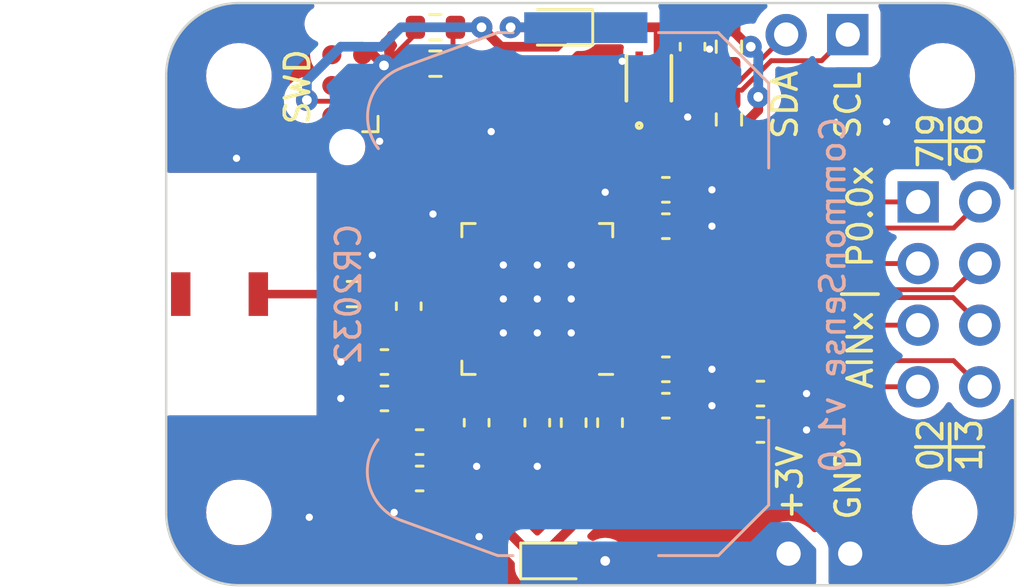
<source format=kicad_pcb>
(kicad_pcb (version 20221018) (generator pcbnew)
  (layers (0 "F.Cu" signal) (31 "B.Cu" signal) (34 "B.Paste" user) (35 "F.Paste" user) (36 "B.SilkS" user "B.Silkscreen") (37 "F.SilkS" user "F.Silkscreen") (38 "B.Mask" user) (39 "F.Mask" user) (44 "Edge.Cuts" user))
  (net 0 "")
  (net 1 "/RF")
  (net 2 "GND")
  (net 3 "/XL1")
  (net 4 "/XL2")
  (net 5 "/DEC1")
  (net 6 "/DEC4")
  (net 7 "/DEC3")
  (net 8 "/DEC2")
  (net 9 "/XC1")
  (net 10 "/XC2")
  (net 11 "/ANT")
  (net 12 "/LED_RES")
  (net 13 "/STATUS_LED")
  (net 14 "/P0.09")
  (net 15 "/P0.08")
  (net 16 "/P0.07")
  (net 17 "/P0.06")
  (net 18 "/AIN3")
  (net 19 "/AIN2")
  (net 20 "/AIN1")
  (net 21 "/AIN0")
  (net 32 "/SWDCLK")
  (net 33 "/SWDIO")
  (net 43 "/SDA")
  (net 44 "/SCL")
  (net 46 "/NRESET")
  (net 47 "/DCC")
  (net 48 "/L_MID")
  (net 49 "+BATT")
  (net 50 "+3V0")
  (footprint "Diode_SMD:D_0603_1608Metric" (layer "F.Cu") (at 152.1 57 180)
    (fp_text reference "D3" hide)
    (fp_text value "CDBU0130L-HF " hide)
    (fp_line (start -1.485 -0.735) (end -1.485 0.735) (stroke (width 0.12)) (layer "F.SilkS"))
    (fp_line (start -1.485 0.735) (end 0.8 0.735) (stroke (width 0.12)) (layer "F.SilkS"))
    (fp_line (start 0.8 -0.735) (end -1.485 -0.735) (stroke (width 0.12)) (layer "F.SilkS"))
    (pad "1" smd roundrect (at -0.7875 0 180) (size 0.875 0.95) (layers "F.Cu" "F.Paste" "F.Mask") (net 50 "+3V0"))
    (pad "2" smd roundrect (at 0.7875 0 180) (size 0.875 0.95) (layers "F.Cu" "F.Paste" "F.Mask") (net 49 "+BATT"))
  )
  (footprint "Connector_PinHeader_2.54mm:PinHeader_1x02_P2.54mm_Vertical" (layer "F.Cu") (at 164.2 78.7 -90)
    (fp_text reference "J2" hide)
    (fp_text value "Conn_01x02" hide)
    (pad "1" thru_hole rect locked (at 0 0 270) (size 1.7 1.7) (drill 1) (layers "*.Cu" "*.Mask") (net 2 "GND"))
    (pad "2" thru_hole oval locked (at 0 2.54 270) (size 1.7 1.7) (drill 1) (layers "*.Cu" "*.Mask") (net 49 "+BATT"))
  )
  (footprint "Capacitor_SMD:C_0603_1608Metric" (layer "F.Cu") (at 156.6 63.7 180)
    (fp_text reference "C14" hide)
    (fp_text value "1u" hide)
    (fp_line (start -0.14058 -0.51) (end 0.14058 -0.51) (stroke (width 0.12)) (layer "F.SilkS"))
    (fp_line (start -0.14058 0.51) (end 0.14058 0.51) (stroke (width 0.12)) (layer "F.SilkS"))
    (pad "1" smd roundrect (at -0.775 0 180) (size 0.9 0.95) (layers "F.Cu" "F.Paste" "F.Mask") (net 2 "GND"))
    (pad "2" smd roundrect (at 0.775 0 180) (size 0.9 0.95) (layers "F.Cu" "F.Paste" "F.Mask") (net 50 "+3V0"))
  )
  (footprint "Capacitor_SMD:C_0603_1608Metric" (layer "F.Cu") (at 145 70.8 180)
    (fp_text reference "C9" hide)
    (fp_text value "N.C." hide)
    (fp_line (start -0.14058 -0.51) (end 0.14058 -0.51) (stroke (width 0.12)) (layer "F.SilkS"))
    (fp_line (start -0.14058 0.51) (end 0.14058 0.51) (stroke (width 0.12)) (layer "F.SilkS"))
    (pad "1" smd roundrect (at -0.775 0 180) (size 0.9 0.95) (layers "F.Cu" "F.Paste" "F.Mask") (net 8 "/DEC2"))
    (pad "2" smd roundrect (at 0.775 0 180) (size 0.9 0.95) (layers "F.Cu" "F.Paste" "F.Mask") (net 2 "GND"))
  )
  (footprint "Capacitor_SMD:C_0603_1608Metric" (layer "F.Cu") (at 156.6 71.1 180)
    (fp_text reference "C3" hide)
    (fp_text value "100n" hide)
    (fp_line (start -0.14058 -0.51) (end 0.14058 -0.51) (stroke (width 0.12)) (layer "F.SilkS"))
    (fp_line (start -0.14058 0.51) (end 0.14058 0.51) (stroke (width 0.12)) (layer "F.SilkS"))
    (pad "1" smd roundrect (at -0.775 0 180) (size 0.9 0.95) (layers "F.Cu" "F.Paste" "F.Mask") (net 2 "GND"))
    (pad "2" smd roundrect (at 0.775 0 180) (size 0.9 0.95) (layers "F.Cu" "F.Paste" "F.Mask") (net 5 "/DEC1"))
  )
  (footprint "Diode_SMD:D_0603_1608Metric" (layer "F.Cu") (at 152.1 79)
    (fp_text reference "D2" hide)
    (fp_text value "CDBU0130L-HF " hide)
    (fp_line (start -1.485 -0.735) (end -1.485 0.735) (stroke (width 0.12)) (layer "F.SilkS"))
    (fp_line (start -1.485 0.735) (end 0.8 0.735) (stroke (width 0.12)) (layer "F.SilkS"))
    (fp_line (start 0.8 -0.735) (end -1.485 -0.735) (stroke (width 0.12)) (layer "F.SilkS"))
    (pad "1" smd roundrect (at -0.7875 0) (size 0.875 0.95) (layers "F.Cu" "F.Paste" "F.Mask") (net 50 "+3V0"))
    (pad "2" smd roundrect (at 0.7875 0) (size 0.875 0.95) (layers "F.Cu" "F.Paste" "F.Mask") (net 49 "+BATT"))
  )
  (footprint "MountingHole:MountingHole_2.2mm_M2" (layer "F.Cu") (at 168.1 77)
    (fp_text reference "H4" hide)
    (fp_text value "MountingHole" hide)
    (pad "" np_thru_hole circle locked (at 0 0) (size 2.2 2.2) (drill 2.2) (layers "*.Cu" "*.Mask"))
  )
  (footprint "Inductor_SMD:L_0603_1608Metric" (layer "F.Cu") (at 154.3 73.3 90)
    (fp_text reference "L3" hide)
    (fp_text value "10uH" hide)
    (fp_line (start -0.162779 -0.51) (end 0.162779 -0.51) (stroke (width 0.12)) (layer "F.SilkS"))
    (fp_line (start -0.162779 0.51) (end 0.162779 0.51) (stroke (width 0.12)) (layer "F.SilkS"))
    (pad "1" smd roundrect (at -0.7875 0 90) (size 0.875 0.95) (layers "F.Cu" "F.Paste" "F.Mask") (net 48 "/L_MID"))
    (pad "2" smd roundrect (at 0.7875 0 90) (size 0.875 0.95) (layers "F.Cu" "F.Paste" "F.Mask") (net 47 "/DCC"))
  )
  (footprint "MountingHole:MountingHole_2.2mm_M2" (layer "F.Cu") (at 139 77)
    (fp_text reference "H1" hide)
    (fp_text value "MountingHole" hide)
    (pad "" np_thru_hole circle locked (at 0 0) (size 2.2 2.2) (drill 2.2) (layers "*.Cu" "*.Mask"))
  )
  (footprint "Connector_PinHeader_2.54mm:PinHeader_2x04_P2.54mm_Vertical" (layer "F.Cu") (at 167 64.2)
    (fp_text reference "J1" hide)
    (fp_text value "Conn_02x04_Counter_Clockwise" hide)
    (pad "1" thru_hole rect locked (at 0 0) (size 1.7 1.7) (drill 1) (layers "*.Cu" "*.Mask") (net 14 "/P0.09"))
    (pad "2" thru_hole oval locked (at 2.54 0) (size 1.7 1.7) (drill 1) (layers "*.Cu" "*.Mask") (net 15 "/P0.08"))
    (pad "3" thru_hole oval locked (at 0 2.54) (size 1.7 1.7) (drill 1) (layers "*.Cu" "*.Mask") (net 16 "/P0.07"))
    (pad "4" thru_hole oval locked (at 2.54 2.54) (size 1.7 1.7) (drill 1) (layers "*.Cu" "*.Mask") (net 17 "/P0.06"))
    (pad "5" thru_hole oval locked (at 0 5.08) (size 1.7 1.7) (drill 1) (layers "*.Cu" "*.Mask") (net 19 "/AIN2"))
    (pad "6" thru_hole oval locked (at 2.54 5.08) (size 1.7 1.7) (drill 1) (layers "*.Cu" "*.Mask") (net 18 "/AIN3"))
    (pad "7" thru_hole oval locked (at 0 7.62) (size 1.7 1.7) (drill 1) (layers "*.Cu" "*.Mask") (net 21 "/AIN0"))
    (pad "8" thru_hole oval locked (at 2.54 7.62) (size 1.7 1.7) (drill 1) (layers "*.Cu" "*.Mask") (net 20 "/AIN1"))
  )
  (footprint "encyclopedia_galactica:ECS-.327-12.5-12R-TR" (layer "F.Cu") (at 159.776228 75.227211 180)
    (fp_text reference "Y1" hide)
    (fp_text value " ECS-.327-12.5-12R-TR " hide)
    (pad "1" smd rect (at -0.7 0 180) (size 0.6 1.1) (layers "F.Cu" "F.Paste" "F.Mask") (net 4 "/XL2"))
    (pad "2" smd rect (at 0.7 0 180) (size 0.6 1.1) (layers "F.Cu" "F.Paste" "F.Mask") (net 3 "/XL1"))
  )
  (footprint "encyclopedia_galactica:2108838-1" (layer "F.Cu") (at 135.7 68)
    (fp_text reference "2108838-1" hide)
    (fp_text value "~" hide)
    (pad "1" smd rect (at 4.1 0) (size 0.8 1.8) (layers "F.Cu" "F.Paste" "F.Mask") (net 1 "/RF"))
    (pad "2" smd rect (at 0.9 0) (size 0.8 1.8) (layers "F.Cu" "F.Paste" "F.Mask"))
    (zone (net 0) (net_name "") (layers "*.Cu") (connect_pads (clearance 0)) (min_thickness 0.25)
      (keepout (tracks allowed) (vias not_allowed) (pads allowed) (copperpour not_allowed) (footprints not_allowed))
      (fill (thermal_gap 0.5) (thermal_bridge_width 0.5))
      (polygon (pts (xy 129.2 63) (xy 129.2 73) (xy 142.2 73) (xy 142.2 63)))
    )
  )
  (footprint "MountingHole:MountingHole_2.2mm_M2" (layer "F.Cu") (at 139 59)
    (fp_text reference "H2" hide)
    (fp_text value "MountingHole" hide)
    (pad "" np_thru_hole circle locked (at 0 0) (size 2.2 2.2) (drill 2.2) (layers "*.Cu" "*.Mask"))
  )
  (footprint "Connector_PinHeader_2.54mm:PinHeader_1x02_P2.54mm_Vertical" (layer "F.Cu") (at 164.1 57.3 -90)
    (fp_text reference "J3" hide)
    (fp_text value "Conn_01x02" hide)
    (pad "1" thru_hole rect locked (at 0 0 270) (size 1.7 1.7) (drill 1) (layers "*.Cu" "*.Mask") (net 44 "/SCL"))
    (pad "2" thru_hole oval locked (at 0 2.54 270) (size 1.7 1.7) (drill 1) (layers "*.Cu" "*.Mask") (net 43 "/SDA"))
  )
  (footprint "Resistor_SMD:R_0603_1608Metric" (layer "F.Cu") (at 147.1 57)
    (fp_text reference "D1" hide)
    (fp_text value "LED" hide)
    (fp_line (start -0.237258 -0.5225) (end 0.237258 -0.5225) (stroke (width 0.12)) (layer "F.SilkS"))
    (fp_line (start -0.237258 0.5225) (end 0.237258 0.5225) (stroke (width 0.12)) (layer "F.SilkS"))
    (pad "1" smd roundrect (at -0.825 0) (size 0.8 0.95) (layers "F.Cu" "F.Paste" "F.Mask") (net 2 "GND"))
    (pad "2" smd roundrect (at 0.825 0) (size 0.8 0.95) (layers "F.Cu" "F.Paste" "F.Mask") (net 12 "/LED_RES"))
  )
  (footprint "Package_DFN_QFN:QFN-48-1EP_6x6mm_P0.4mm_EP4.6x4.6mm" (layer "F.Cu") (at 151.3 68.2 180)
    (fp_text reference "U1" hide)
    (fp_text value "NRF52810-QFAA-R7" hide)
    (fp_line (start -3.11 3.11) (end -3.11 2.56) (stroke (width 0.12)) (layer "F.SilkS"))
    (fp_line (start -2.56 -3.11) (end -3.11 -3.11) (stroke (width 0.12)) (layer "F.SilkS"))
    (fp_line (start -2.56 3.11) (end -3.11 3.11) (stroke (width 0.12)) (layer "F.SilkS"))
    (fp_line (start 2.56 -3.11) (end 3.11 -3.11) (stroke (width 0.12)) (layer "F.SilkS"))
    (fp_line (start 2.56 3.11) (end 3.11 3.11) (stroke (width 0.12)) (layer "F.SilkS"))
    (fp_line (start 3.11 -3.11) (end 3.11 -2.56) (stroke (width 0.12)) (layer "F.SilkS"))
    (fp_line (start 3.11 3.11) (end 3.11 2.56) (stroke (width 0.12)) (layer "F.SilkS"))
    (pad "1" smd roundrect (at -2.95 -2.2 180) (size 0.8 0.2) (layers "F.Cu" "F.Paste" "F.Mask") (net 5 "/DEC1"))
    (pad "2" smd roundrect (at -2.95 -1.8 180) (size 0.8 0.2) (layers "F.Cu" "F.Paste" "F.Mask") (net 3 "/XL1"))
    (pad "3" smd roundrect (at -2.95 -1.4 180) (size 0.8 0.2) (layers "F.Cu" "F.Paste" "F.Mask") (net 4 "/XL2"))
    (pad "4" smd roundrect (at -2.95 -1 180) (size 0.8 0.2) (layers "F.Cu" "F.Paste" "F.Mask") (net 21 "/AIN0"))
    (pad "5" smd roundrect (at -2.95 -0.6 180) (size 0.8 0.2) (layers "F.Cu" "F.Paste" "F.Mask") (net 20 "/AIN1"))
    (pad "6" smd roundrect (at -2.95 -0.2 180) (size 0.8 0.2) (layers "F.Cu" "F.Paste" "F.Mask") (net 19 "/AIN2"))
    (pad "7" smd roundrect (at -2.95 0.2 180) (size 0.8 0.2) (layers "F.Cu" "F.Paste" "F.Mask") (net 18 "/AIN3"))
    (pad "8" smd roundrect (at -2.95 0.6 180) (size 0.8 0.2) (layers "F.Cu" "F.Paste" "F.Mask") (net 17 "/P0.06"))
    (pad "9" smd roundrect (at -2.95 1 180) (size 0.8 0.2) (layers "F.Cu" "F.Paste" "F.Mask") (net 16 "/P0.07"))
    (pad "10" smd roundrect (at -2.95 1.4 180) (size 0.8 0.2) (layers "F.Cu" "F.Paste" "F.Mask") (net 15 "/P0.08"))
    (pad "11" smd roundrect (at -2.95 1.8 180) (size 0.8 0.2) (layers "F.Cu" "F.Paste" "F.Mask") (net 14 "/P0.09"))
    (pad "12" smd roundrect (at -2.95 2.2 180) (size 0.8 0.2) (layers "F.Cu" "F.Paste" "F.Mask"))
    (pad "13" smd roundrect (at -2.2 2.95 180) (size 0.2 0.8) (layers "F.Cu" "F.Paste" "F.Mask") (net 50 "+3V0"))
    (pad "14" smd roundrect (at -1.8 2.95 180) (size 0.2 0.8) (layers "F.Cu" "F.Paste" "F.Mask"))
    (pad "15" smd roundrect (at -1.4 2.95 180) (size 0.2 0.8) (layers "F.Cu" "F.Paste" "F.Mask"))
    (pad "16" smd roundrect (at -1 2.95 180) (size 0.2 0.8) (layers "F.Cu" "F.Paste" "F.Mask") (net 44 "/SCL"))
    (pad "17" smd roundrect (at -0.6 2.95 180) (size 0.2 0.8) (layers "F.Cu" "F.Paste" "F.Mask") (net 43 "/SDA"))
    (pad "18" smd roundrect (at -0.2 2.95 180) (size 0.2 0.8) (layers "F.Cu" "F.Paste" "F.Mask"))
    (pad "19" smd roundrect (at 0.2 2.95 180) (size 0.2 0.8) (layers "F.Cu" "F.Paste" "F.Mask"))
    (pad "20" smd roundrect (at 0.6 2.95 180) (size 0.2 0.8) (layers "F.Cu" "F.Paste" "F.Mask"))
    (pad "21" smd roundrect (at 1 2.95 180) (size 0.2 0.8) (layers "F.Cu" "F.Paste" "F.Mask"))
    (pad "22" smd roundrect (at 1.4 2.95 180) (size 0.2 0.8) (layers "F.Cu" "F.Paste" "F.Mask"))
    (pad "23" smd roundrect (at 1.8 2.95 180) (size 0.2 0.8) (layers "F.Cu" "F.Paste" "F.Mask") (net 13 "/STATUS_LED"))
    (pad "24" smd roundrect (at 2.2 2.95 180) (size 0.2 0.8) (layers "F.Cu" "F.Paste" "F.Mask") (net 46 "/NRESET"))
    (pad "25" smd roundrect (at 2.95 2.2 180) (size 0.8 0.2) (layers "F.Cu" "F.Paste" "F.Mask") (net 32 "/SWDCLK"))
    (pad "26" smd roundrect (at 2.95 1.8 180) (size 0.8 0.2) (layers "F.Cu" "F.Paste" "F.Mask") (net 33 "/SWDIO"))
    (pad "27" smd roundrect (at 2.95 1.4 180) (size 0.8 0.2) (layers "F.Cu" "F.Paste" "F.Mask"))
    (pad "28" smd roundrect (at 2.95 1 180) (size 0.8 0.2) (layers "F.Cu" "F.Paste" "F.Mask"))
    (pad "29" smd roundrect (at 2.95 0.6 180) (size 0.8 0.2) (layers "F.Cu" "F.Paste" "F.Mask"))
    (pad "30" smd roundrect (at 2.95 0.2 180) (size 0.8 0.2) (layers "F.Cu" "F.Paste" "F.Mask") (net 11 "/ANT"))
    (pad "31" smd roundrect (at 2.95 -0.2 180) (size 0.8 0.2) (layers "F.Cu" "F.Paste" "F.Mask") (net 2 "GND"))
    (pad "32" smd roundrect (at 2.95 -0.6 180) (size 0.8 0.2) (layers "F.Cu" "F.Paste" "F.Mask") (net 8 "/DEC2"))
    (pad "33" smd roundrect (at 2.95 -1 180) (size 0.8 0.2) (layers "F.Cu" "F.Paste" "F.Mask") (net 7 "/DEC3"))
    (pad "34" smd roundrect (at 2.95 -1.4 180) (size 0.8 0.2) (layers "F.Cu" "F.Paste" "F.Mask") (net 10 "/XC2"))
    (pad "35" smd roundrect (at 2.95 -1.8 180) (size 0.8 0.2) (layers "F.Cu" "F.Paste" "F.Mask") (net 9 "/XC1"))
    (pad "36" smd roundrect (at 2.95 -2.2 180) (size 0.8 0.2) (layers "F.Cu" "F.Paste" "F.Mask") (net 50 "+3V0"))
    (pad "37" smd roundrect (at 2.2 -2.95 180) (size 0.2 0.8) (layers "F.Cu" "F.Paste" "F.Mask"))
    (pad "38" smd roundrect (at 1.8 -2.95 180) (size 0.2 0.8) (layers "F.Cu" "F.Paste" "F.Mask"))
    (pad "39" smd roundrect (at 1.4 -2.95 180) (size 0.2 0.8) (layers "F.Cu" "F.Paste" "F.Mask"))
    (pad "40" smd roundrect (at 1 -2.95 180) (size 0.2 0.8) (layers "F.Cu" "F.Paste" "F.Mask"))
    (pad "41" smd roundrect (at 0.6 -2.95 180) (size 0.2 0.8) (layers "F.Cu" "F.Paste" "F.Mask"))
    (pad "42" smd roundrect (at 0.2 -2.95 180) (size 0.2 0.8) (layers "F.Cu" "F.Paste" "F.Mask"))
    (pad "43" smd roundrect (at -0.2 -2.95 180) (size 0.2 0.8) (layers "F.Cu" "F.Paste" "F.Mask"))
    (pad "44" smd roundrect (at -0.6 -2.95 180) (size 0.2 0.8) (layers "F.Cu" "F.Paste" "F.Mask"))
    (pad "45" smd roundrect (at -1 -2.95 180) (size 0.2 0.8) (layers "F.Cu" "F.Paste" "F.Mask") (net 2 "GND"))
    (pad "46" smd roundrect (at -1.4 -2.95 180) (size 0.2 0.8) (layers "F.Cu" "F.Paste" "F.Mask") (net 6 "/DEC4"))
    (pad "47" smd roundrect (at -1.8 -2.95 180) (size 0.2 0.8) (layers "F.Cu" "F.Paste" "F.Mask") (net 47 "/DCC"))
    (pad "48" smd roundrect (at -2.2 -2.95 180) (size 0.2 0.8) (layers "F.Cu" "F.Paste" "F.Mask") (net 50 "+3V0"))
    (pad "49" smd rect (at 0 0 180) (size 4.6 4.6) (layers "F.Cu" "F.Mask") (net 2 "GND"))
  )
  (footprint "Capacitor_SMD:C_0603_1608Metric" (layer "F.Cu") (at 145 72.3 180)
    (fp_text reference "C8" hide)
    (fp_text value "100pF" hide)
    (fp_line (start -0.14058 -0.51) (end 0.14058 -0.51) (stroke (width 0.12)) (layer "F.SilkS"))
    (fp_line (start -0.14058 0.51) (end 0.14058 0.51) (stroke (width 0.12)) (layer "F.SilkS"))
    (pad "1" smd roundrect (at -0.775 0 180) (size 0.9 0.95) (layers "F.Cu" "F.Paste" "F.Mask") (net 7 "/DEC3"))
    (pad "2" smd roundrect (at 0.775 0 180) (size 0.9 0.95) (layers "F.Cu" "F.Paste" "F.Mask") (net 2 "GND"))
  )
  (footprint "Capacitor_SMD:C_0603_1608Metric" (layer "F.Cu") (at 156.6 72.6 180)
    (fp_text reference "C5" hide)
    (fp_text value "4u7" hide)
    (fp_line (start -0.14058 -0.51) (end 0.14058 -0.51) (stroke (width 0.12)) (layer "F.SilkS"))
    (fp_line (start -0.14058 0.51) (end 0.14058 0.51) (stroke (width 0.12)) (layer "F.SilkS"))
    (pad "1" smd roundrect (at -0.775 0 180) (size 0.9 0.95) (layers "F.Cu" "F.Paste" "F.Mask") (net 2 "GND"))
    (pad "2" smd roundrect (at 0.775 0 180) (size 0.9 0.95) (layers "F.Cu" "F.Paste" "F.Mask") (net 50 "+3V0"))
  )
  (footprint "Capacitor_SMD:C_0603_1608Metric" (layer "F.Cu") (at 146.45 74.1 180)
    (fp_text reference "C11" hide)
    (fp_text value "12pF" hide)
    (fp_line (start -0.14058 -0.51) (end 0.14058 -0.51) (stroke (width 0.12)) (layer "F.SilkS"))
    (fp_line (start -0.14058 0.51) (end 0.14058 0.51) (stroke (width 0.12)) (layer "F.SilkS"))
    (pad "1" smd roundrect (at -0.775 0 180) (size 0.9 0.95) (layers "F.Cu" "F.Paste" "F.Mask") (net 10 "/XC2"))
    (pad "2" smd roundrect (at 0.775 0 180) (size 0.9 0.95) (layers "F.Cu" "F.Paste" "F.Mask") (net 2 "GND"))
  )
  (footprint "Resistor_SMD:R_0603_1608Metric" (layer "F.Cu") (at 159.2 57.8 -90)
    (fp_text reference "R4" hide)
    (fp_text value "10k" hide)
    (fp_line (start -0.237258 -0.5225) (end 0.237258 -0.5225) (stroke (width 0.12)) (layer "F.SilkS"))
    (fp_line (start -0.237258 0.5225) (end 0.237258 0.5225) (stroke (width 0.12)) (layer "F.SilkS"))
    (pad "1" smd roundrect (at -0.825 0 270) (size 0.8 0.95) (layers "F.Cu" "F.Paste" "F.Mask") (net 50 "+3V0"))
    (pad "2" smd roundrect (at 0.825 0 270) (size 0.8 0.95) (layers "F.Cu" "F.Paste" "F.Mask") (net 43 "/SDA"))
  )
  (footprint "Connector:Tag-Connect_TC2030-IDC-NL_2x03_P1.27mm_Vertical" (layer "F.Cu") (at 143.465 59.4 90)
    (fp_text reference "J5" hide)
    (fp_text value "Conn_ARM_SWD_TagConnect_TC2030-NL" hide)
    (fp_line (start -1.905 1.27) (end -1.905 0.635) (stroke (width 0.12)) (layer "F.SilkS"))
    (fp_line (start -1.27 1.27) (end -1.905 1.27) (stroke (width 0.12)) (layer "F.SilkS"))
    (pad "" np_thru_hole circle (at -2.54 0 90) (size 0.9906 0.9906) (drill 0.9906) (layers "*.Cu" "*.Mask"))
    (pad "" np_thru_hole circle (at 2.54 -1.016 90) (size 0.9906 0.9906) (drill 0.9906) (layers "*.Cu" "*.Mask"))
    (pad "" np_thru_hole circle (at 2.54 1.016 90) (size 0.9906 0.9906) (drill 0.9906) (layers "*.Cu" "*.Mask"))
    (pad "1" connect circle (at -1.27 0.635 90) (size 0.7874 0.7874) (layers "F.Cu" "F.Mask") (net 50 "+3V0"))
    (pad "2" connect circle (at -1.27 -0.635 90) (size 0.7874 0.7874) (layers "F.Cu" "F.Mask") (net 33 "/SWDIO"))
    (pad "3" connect circle (at 0 0.635 90) (size 0.7874 0.7874) (layers "F.Cu" "F.Mask") (net 46 "/NRESET"))
    (pad "4" connect circle (at 0 -0.635 90) (size 0.7874 0.7874) (layers "F.Cu" "F.Mask") (net 32 "/SWDCLK"))
    (pad "5" connect circle (at 1.27 0.635 90) (size 0.7874 0.7874) (layers "F.Cu" "F.Mask") (net 2 "GND"))
    (pad "6" connect circle (at 1.27 -0.635 90) (size 0.7874 0.7874) (layers "F.Cu" "F.Mask"))
    (zone (net 0) (net_name "") (layer "F.Cu") (connect_pads (clearance 0)) (min_thickness 0.254)
      (keepout (tracks allowed) (vias not_allowed) (pads allowed) (copperpour not_allowed) (footprints not_allowed))
      (fill (thermal_gap 0.508) (thermal_bridge_width 0.508))
      (polygon (pts (xy 142.83 58.13) (xy 142.83 60.67) (xy 144.1 60.67) (xy 144.1 58.13)))
    )
  )
  (footprint "Resistor_SMD:R_0603_1608Metric" (layer "F.Cu") (at 147.1 58.5)
    (fp_text reference "R1" hide)
    (fp_text value "R" hide)
    (fp_line (start -0.237258 -0.5225) (end 0.237258 -0.5225) (stroke (width 0.12)) (layer "F.SilkS"))
    (fp_line (start -0.237258 0.5225) (end 0.237258 0.5225) (stroke (width 0.12)) (layer "F.SilkS"))
    (pad "1" smd roundrect (at -0.825 0) (size 0.8 0.95) (layers "F.Cu" "F.Paste" "F.Mask") (net 13 "/STATUS_LED"))
    (pad "2" smd roundrect (at 0.825 0) (size 0.8 0.95) (layers "F.Cu" "F.Paste" "F.Mask") (net 12 "/LED_RES"))
  )
  (footprint "MountingHole:MountingHole_2.2mm_M2" (layer "F.Cu") (at 168 59)
    (fp_text reference "H3" hide)
    (fp_text value "MountingHole" hide)
    (pad "" np_thru_hole circle locked (at 0 0) (size 2.2 2.2) (drill 2.2) (layers "*.Cu" "*.Mask"))
  )
  (footprint "Resistor_SMD:R_0603_1608Metric" (layer "F.Cu") (at 143.7 68 180)
    (fp_text reference "L1" hide)
    (fp_text value "3.9nH" hide)
    (fp_line (start -0.237258 -0.5225) (end 0.237258 -0.5225) (stroke (width 0.12)) (layer "F.SilkS"))
    (fp_line (start -0.237258 0.5225) (end 0.237258 0.5225) (stroke (width 0.12)) (layer "F.SilkS"))
    (pad "1" smd roundrect (at -0.825 0 180) (size 0.8 0.95) (layers "F.Cu" "F.Paste" "F.Mask") (net 11 "/ANT"))
    (pad "2" smd roundrect (at 0.825 0 180) (size 0.8 0.95) (layers "F.Cu" "F.Paste" "F.Mask") (net 1 "/RF"))
  )
  (footprint "Resistor_SMD:R_0603_1608Metric" (layer "F.Cu") (at 159.2 60.8 -90)
    (fp_text reference "R3" hide)
    (fp_text value "10k" hide)
    (fp_line (start -0.237258 -0.5225) (end 0.237258 -0.5225) (stroke (width 0.12)) (layer "F.SilkS"))
    (fp_line (start -0.237258 0.5225) (end 0.237258 0.5225) (stroke (width 0.12)) (layer "F.SilkS"))
    (pad "1" smd roundrect (at -0.825 0 270) (size 0.8 0.95) (layers "F.Cu" "F.Paste" "F.Mask") (net 44 "/SCL"))
    (pad "2" smd roundrect (at 0.825 0 270) (size 0.8 0.95) (layers "F.Cu" "F.Paste" "F.Mask") (net 50 "+3V0"))
  )
  (footprint "Capacitor_SMD:C_0603_1608Metric" (layer "F.Cu") (at 148.8 73.3 90)
    (fp_text reference "C7" hide)
    (fp_text value "100n" hide)
    (fp_line (start -0.14058 -0.51) (end 0.14058 -0.51) (stroke (width 0.12)) (layer "F.SilkS"))
    (fp_line (start -0.14058 0.51) (end 0.14058 0.51) (stroke (width 0.12)) (layer "F.SilkS"))
    (pad "1" smd roundrect (at -0.775 0 90) (size 0.9 0.95) (layers "F.Cu" "F.Paste" "F.Mask") (net 2 "GND"))
    (pad "2" smd roundrect (at 0.775 0 90) (size 0.9 0.95) (layers "F.Cu" "F.Paste" "F.Mask") (net 50 "+3V0"))
  )
  (footprint "Capacitor_SMD:C_0603_1608Metric" (layer "F.Cu") (at 157.7 57.8 -90)
    (fp_text reference "C13" hide)
    (fp_text value "100n" hide)
    (fp_line (start -0.14058 -0.51) (end 0.14058 -0.51) (stroke (width 0.12)) (layer "F.SilkS"))
    (fp_line (start -0.14058 0.51) (end 0.14058 0.51) (stroke (width 0.12)) (layer "F.SilkS"))
    (pad "1" smd roundrect (at -0.775 0 270) (size 0.9 0.95) (layers "F.Cu" "F.Paste" "F.Mask") (net 50 "+3V0"))
    (pad "2" smd roundrect (at 0.775 0 270) (size 0.9 0.95) (layers "F.Cu" "F.Paste" "F.Mask") (net 2 "GND"))
  )
  (footprint "Capacitor_SMD:C_0603_1608Metric" (layer "F.Cu") (at 160.5 73.6)
    (fp_text reference "C2" hide)
    (fp_text value "12pF" hide)
    (fp_line (start -0.14058 -0.51) (end 0.14058 -0.51) (stroke (width 0.12)) (layer "F.SilkS"))
    (fp_line (start -0.14058 0.51) (end 0.14058 0.51) (stroke (width 0.12)) (layer "F.SilkS"))
    (pad "1" smd roundrect (at -0.775 0) (size 0.9 0.95) (layers "F.Cu" "F.Paste" "F.Mask") (net 4 "/XL2"))
    (pad "2" smd roundrect (at 0.775 0) (size 0.9 0.95) (layers "F.Cu" "F.Paste" "F.Mask") (net 2 "GND"))
  )
  (footprint "Capacitor_SMD:C_0603_1608Metric" (layer "F.Cu") (at 156.6 65.2 180)
    (fp_text reference "C4" hide)
    (fp_text value "100n" hide)
    (fp_line (start -0.14058 -0.51) (end 0.14058 -0.51) (stroke (width 0.12)) (layer "F.SilkS"))
    (fp_line (start -0.14058 0.51) (end 0.14058 0.51) (stroke (width 0.12)) (layer "F.SilkS"))
    (pad "1" smd roundrect (at -0.775 0 180) (size 0.9 0.95) (layers "F.Cu" "F.Paste" "F.Mask") (net 2 "GND"))
    (pad "2" smd roundrect (at 0.775 0 180) (size 0.9 0.95) (layers "F.Cu" "F.Paste" "F.Mask") (net 50 "+3V0"))
  )
  (footprint "encyclopedia_galactica:DFN4_SHT41_SEN" (layer "F.Cu") (at 155.9 59.1 90)
    (fp_text reference "U2" hide)
    (fp_text value "SHT41-AD1B-R2" hide)
    (fp_line (start -0.9271 0.9271) (end 0.9271 0.9271) (stroke (width 0.1524)) (layer "F.SilkS"))
    (fp_line (start 0.9271 -0.9271) (end -0.9271 -0.9271) (stroke (width 0.1524)) (layer "F.SilkS"))
    (fp_circle (center -1.950999 -0.40005) (end -1.849399 -0.40005) (stroke (width 0.1524)) (fill none) (layer "F.SilkS"))
    (pad "1" smd rect (at -0.7469 -0.40005 90) (size 0.706399 0.3056) (layers "F.Cu" "F.Paste" "F.Mask") (net 43 "/SDA"))
    (pad "2" smd rect (at -0.7469 0.40005 90) (size 0.706399 0.3056) (layers "F.Cu" "F.Paste" "F.Mask") (net 44 "/SCL"))
    (pad "3" smd rect (at 0.7469 0.40005 90) (size 0.706399 0.3056) (layers "F.Cu" "F.Paste" "F.Mask") (net 50 "+3V0"))
    (pad "4" smd rect (at 0.7469 -0.40005 90) (size 0.706399 0.3056) (layers "F.Cu" "F.Paste" "F.Mask") (net 2 "GND"))
  )
  (footprint "Capacitor_SMD:C_0603_1608Metric" (layer "F.Cu") (at 160.5 72.1)
    (fp_text reference "C1" hide)
    (fp_text value "12pF" hide)
    (fp_line (start -0.14058 -0.51) (end 0.14058 -0.51) (stroke (width 0.12)) (layer "F.SilkS"))
    (fp_line (start -0.14058 0.51) (end 0.14058 0.51) (stroke (width 0.12)) (layer "F.SilkS"))
    (pad "1" smd roundrect (at -0.775 0) (size 0.9 0.95) (layers "F.Cu" "F.Paste" "F.Mask") (net 3 "/XL1"))
    (pad "2" smd roundrect (at 0.775 0) (size 0.9 0.95) (layers "F.Cu" "F.Paste" "F.Mask") (net 2 "GND"))
  )
  (footprint "Inductor_SMD:L_0603_1608Metric" (layer "F.Cu") (at 152.8 73.3 -90)
    (fp_text reference "L2" hide)
    (fp_text value "15nH" hide)
    (fp_line (start -0.162779 -0.51) (end 0.162779 -0.51) (stroke (width 0.12)) (layer "F.SilkS"))
    (fp_line (start -0.162779 0.51) (end 0.162779 0.51) (stroke (width 0.12)) (layer "F.SilkS"))
    (pad "1" smd roundrect (at -0.7875 0 270) (size 0.875 0.95) (layers "F.Cu" "F.Paste" "F.Mask") (net 6 "/DEC4"))
    (pad "2" smd roundrect (at 0.7875 0 270) (size 0.875 0.95) (layers "F.Cu" "F.Paste" "F.Mask") (net 48 "/L_MID"))
  )
  (footprint "encyclopedia_galactica:ABM11W-30.0000MHZ-7-D1X-T3" (layer "F.Cu") (at 147.1625 77.5)
    (fp_text reference "Y2" hide)
    (fp_text value "ABM11W-32.0000MHZ-7-D1X-T3 " hide)
    (pad "1" smd rect (at -0.637 -0.487 90) (size 0.775 0.875) (layers "F.Cu" "F.Paste" "F.Mask") (net 2 "GND"))
    (pad "2" smd rect (at 0.637 -0.487 90) (size 0.775 0.875) (layers "F.Cu" "F.Paste" "F.Mask") (net 9 "/XC1"))
    (pad "3" smd rect (at -0.637 0.487 90) (size 0.775 0.875) (layers "F.Cu" "F.Paste" "F.Mask") (net 10 "/XC2"))
    (pad "4" smd rect (at 0.637 0.487 90) (size 0.775 0.875) (layers "F.Cu" "F.Paste" "F.Mask") (net 2 "GND"))
  )
  (footprint "Capacitor_SMD:C_0603_1608Metric" (layer "F.Cu") (at 146 68.5 90)
    (fp_text reference "C12" hide)
    (fp_text value "0.8pF" hide)
    (fp_line (start -0.14058 -0.51) (end 0.14058 -0.51) (stroke (width 0.12)) (layer "F.SilkS"))
    (fp_line (start -0.14058 0.51) (end 0.14058 0.51) (stroke (width 0.12)) (layer "F.SilkS"))
    (pad "1" smd roundrect (at -0.775 0 90) (size 0.9 0.95) (layers "F.Cu" "F.Paste" "F.Mask") (net 2 "GND"))
    (pad "2" smd roundrect (at 0.775 0 90) (size 0.9 0.95) (layers "F.Cu" "F.Paste" "F.Mask") (net 11 "/ANT"))
  )
  (footprint "Capacitor_SMD:C_0603_1608Metric" (layer "F.Cu") (at 151.3 73.3 -90)
    (fp_text reference "C6" hide)
    (fp_text value "1u" hide)
    (fp_line (start -0.14058 -0.51) (end 0.14058 -0.51) (stroke (width 0.12)) (layer "F.SilkS"))
    (fp_line (start -0.14058 0.51) (end 0.14058 0.51) (stroke (width 0.12)) (layer "F.SilkS"))
    (pad "1" smd roundrect (at -0.775 0 270) (size 0.9 0.95) (layers "F.Cu" "F.Paste" "F.Mask") (net 6 "/DEC4"))
    (pad "2" smd roundrect (at 0.775 0 270) (size 0.9 0.95) (layers "F.Cu" "F.Paste" "F.Mask") (net 2 "GND"))
  )
  (footprint "Capacitor_SMD:C_0603_1608Metric" (layer "F.Cu") (at 146.45 75.6 180)
    (fp_text reference "C10" hide)
    (fp_text value "12pF" hide)
    (fp_line (start -0.14058 -0.51) (end 0.14058 -0.51) (stroke (width 0.12)) (layer "F.SilkS"))
    (fp_line (start -0.14058 0.51) (end 0.14058 0.51) (stroke (width 0.12)) (layer "F.SilkS"))
    (pad "1" smd roundrect (at -0.775 0 180) (size 0.9 0.95) (layers "F.Cu" "F.Paste" "F.Mask") (net 9 "/XC1"))
    (pad "2" smd roundrect (at 0.775 0 180) (size 0.9 0.95) (layers "F.Cu" "F.Paste" "F.Mask") (net 2 "GND"))
  )
  (footprint "Battery:BatteryHolder_Keystone_3034_1x20mm" (layer "B.Cu") (at 153.3 68 90)
    (fp_text reference "BT1" hide)
    (fp_text value "Battery_Cell" hide)
    (fp_line (start -10.78 -3.63) (end -9.34 -7.58) (stroke (width 0.12)) (layer "B.SilkS"))
    (fp_line (start -10.78 -3) (end -10.78 -3.63) (stroke (width 0.12)) (layer "B.SilkS"))
    (fp_line (start -10.78 5.46) (end -10.78 3) (stroke (width 0.12)) (layer "B.SilkS"))
    (fp_line (start -8.7 7.54) (end -10.78 5.46) (stroke (width 0.12)) (layer "B.SilkS"))
    (fp_line (start -5.2 7.54) (end -8.7 7.54) (stroke (width 0.12)) (layer "B.SilkS"))
    (fp_line (start 8.7 7.54) (end 5.2 7.54) (stroke (width 0.12)) (layer "B.SilkS"))
    (fp_line (start 8.7 7.54) (end 10.78 5.46) (stroke (width 0.12)) (layer "B.SilkS"))
    (fp_line (start 10.78 -3.63) (end 9.34 -7.58) (stroke (width 0.12)) (layer "B.SilkS"))
    (fp_line (start 10.78 -3) (end 10.78 -3.63) (stroke (width 0.12)) (layer "B.SilkS"))
    (fp_line (start 10.78 5.46) (end 10.78 3) (stroke (width 0.12)) (layer "B.SilkS"))
    (fp_arc (start -9.34 -7.58) (mid -7.921654 -8.918738) (end -6.003354 -8.56653) (stroke (width 0.12)) (layer "B.SilkS"))
    (fp_arc (start 6 -8.55) (mid 7.90634 -8.911669) (end 9.325243 -7.588169) (stroke (width 0.12)) (layer "B.SilkS"))
    (pad "1" smd rect (at -10.985 0 90) (size 1.27 5.08) (layers "B.Cu" "B.Paste" "B.Mask") (net 49 "+BATT"))
    (pad "1" smd rect (at 10.985 0 90) (size 1.27 5.08) (layers "B.Cu" "B.Paste" "B.Mask") (net 49 "+BATT"))
    (pad "2" smd circle (at 0 0 90) (size 17.8 17.8) (layers "B.Cu" "B.Mask") (net 2 "GND"))
  )
  (gr_line (start 168.3 75.25) (end 168.3 73.35) (stroke (width 0.15)) (layer "F.SilkS"))
  (gr_line (start 165.35 68) (end 163.85 68) (stroke (width 0.15)) (layer "F.SilkS"))
  (gr_line (start 168.3 62.65) (end 168.3 60.75) (stroke (width 0.15)) (layer "F.SilkS"))
  (gr_line (start 166.9 74.3) (end 169.7 74.3) (stroke (width 0.15)) (layer "F.SilkS"))
  (gr_line (start 166.9 61.7) (end 169.7 61.7) (stroke (width 0.15)) (layer "F.SilkS"))
  (gr_line locked (start 168.000001 80.000001) (end 139 80) (stroke (width 0.1)) (layer "Edge.Cuts"))
  (gr_line locked (start 171 59) (end 171 77) (stroke (width 0.1)) (layer "Edge.Cuts"))
  (gr_arc locked (start 138.999999 80.000001) (mid 136.878679 79.121321) (end 135.999999 77.000001) (stroke (width 0.1)) (layer "Edge.Cuts"))
  (gr_arc locked (start 168 56) (mid 170.12132 56.87868) (end 171 59) (stroke (width 0.1)) (layer "Edge.Cuts"))
  (gr_arc locked (start 135.999999 58.999999) (mid 136.878679 56.878679) (end 138.999999 55.999999) (stroke (width 0.1)) (layer "Edge.Cuts"))
  (gr_line locked (start 139 56) (end 168 56) (stroke (width 0.1)) (layer "Edge.Cuts"))
  (gr_arc locked (start 171.000001 77.000001) (mid 170.121321 79.121321) (end 168.000001 80.000001) (stroke (width 0.1)) (layer "Edge.Cuts"))
  (gr_line locked (start 136 77) (end 136 59) (stroke (width 0.1)) (layer "Edge.Cuts"))
  (gr_text "CommonSense v1.0" (at 162.9 60.6 90) (layer "B.SilkS") (effects (font (size 1 1)) (justify left top mirror)))
  (gr_text "CR2032" (at 144.1 65 90) (layer "B.SilkS") (effects (font (size 1 1)) (justify left bottom mirror)))
  (gr_text "7" (at 168.1 62.9 90) (layer "F.SilkS") (effects (font (size 1 1)) (justify left bottom)))
  (gr_text "SCL" (at 164.7 61.7 90) (layer "F.SilkS") (effects (font (size 1 1)) (justify left bottom)))
  (gr_text "SDA" (at 162.1 61.7 90) (layer "F.SilkS") (effects (font (size 1 1)) (justify left bottom)))
  (gr_text "P0.0x" (at 165.2 67 90) (layer "F.SilkS") (effects (font (size 1 1)) (justify left bottom)))
  (gr_text "+3V" (at 162.3 77.4 90) (layer "F.SilkS") (effects (font (size 1 1)) (justify left bottom)))
  (gr_text "6" (at 169.7 62.8 90) (layer "F.SilkS") (effects (font (size 1 1)) (justify left bottom)))
  (gr_text "SWD" (at 142 61.1 90) (layer "F.SilkS") (effects (font (size 1 1)) (justify left bottom)))
  (gr_text "GND" (at 164.7 77.4 90) (layer "F.SilkS") (effects (font (size 1 1)) (justify left bottom)))
  (gr_text "0" (at 168.1 75.4 90) (layer "F.SilkS") (effects (font (size 1 1)) (justify left bottom)))
  (gr_text "AINx" (at 165.2 72 90) (layer "F.SilkS") (effects (font (size 1 1)) (justify left bottom)))
  (gr_text "3" (at 169.7 74.2 90) (layer "F.SilkS") (effects (font (size 1 1)) (justify left bottom)))
  (gr_text "9" (at 168.1 61.6 90) (layer "F.SilkS") (effects (font (size 1 1)) (justify left bottom)))
  (gr_text "2" (at 168.1 74.2 90) (layer "F.SilkS") (effects (font (size 1 1)) (justify left bottom)))
  (gr_text "8" (at 169.7 61.6 90) (layer "F.SilkS") (effects (font (size 1 1)) (justify left bottom)))
  (gr_text "1" (at 169.7 75.4 90) (layer "F.SilkS") (effects (font (size 1 1)) (justify left bottom)))
  (segment (start 142.875 68) (end 139.8 68) (width 0.35) (layer "F.Cu") (net 1))
  (segment (start 144.980937 58.5742) (end 144.536737 58.13) (width 0.4) (layer "F.Cu") (net 2))
  (segment (start 144.536737 58.13) (end 144.1 58.13) (width 0.4) (layer "F.Cu") (net 2))
  (segment (start 154.8 58.4) (end 155.45305 58.4) (width 0.4) (layer "F.Cu") (net 2))
  (segment (start 155.45305 58.4) (end 155.49995 58.3531) (width 0.4) (layer "F.Cu") (net 2))
  (segment (start 148.887 77.987) (end 148.9 78) (width 0.4) (layer "F.Cu") (net 2))
  (segment (start 149.7 68.4) (end 149.9 68.2) (width 0.2) (layer "F.Cu") (net 2))
  (segment (start 152.3 69.2) (end 151.3 68.2) (width 0.2) (layer "F.Cu") (net 2))
  (segment (start 161.275 73.6) (end 162.4 73.6) (width 0.4) (layer "F.Cu") (net 2))
  (segment (start 157.375 63.7) (end 158.5 63.7) (width 0.4) (layer "F.Cu") (net 2))
  (segment (start 157.725 58.575) (end 158.4 57.9) (width 0.4) (layer "F.Cu") (net 2))
  (segment (start 145.413 77.013) (end 145.4 77) (width 0.4) (layer "F.Cu") (net 2))
  (segment (start 143.2 70.8) (end 144.225 70.8) (width 0.4) (layer "F.Cu") (net 2))
  (segment (start 157.7 58.575) (end 157.725 58.575) (width 0.4) (layer "F.Cu") (net 2))
  (segment (start 144.225 72.3) (end 143.2 72.3) (width 0.4) (layer "F.Cu") (net 2))
  (segment (start 157.375 72.6) (end 158.5 72.6) (width 0.4) (layer "F.Cu") (net 2))
  (segment (start 152.3 71.15) (end 152.3 69.2) (width 0.2) (layer "F.Cu") (net 2))
  (segment (start 158.5 71.1) (end 157.375 71.1) (width 0.4) (layer "F.Cu") (net 2))
  (segment (start 148.312495 68.437505) (end 146.837495 68.437505) (width 0.25) (layer "F.Cu") (net 2))
  (segment (start 146.837495 68.437505) (end 146 69.275) (width 0.25) (layer "F.Cu") (net 2))
  (segment (start 148.8 74.075) (end 148.8 75.1) (width 0.4) (layer "F.Cu") (net 2))
  (segment (start 148.35 68.4) (end 149.7 68.4) (width 0.2) (layer "F.Cu") (net 2))
  (segment (start 161.275 72.1) (end 162.4 72.1) (width 0.4) (layer "F.Cu") (net 2))
  (segment (start 151.3 74.075) (end 151.3 75.1) (width 0.4) (layer "F.Cu") (net 2))
  (segment (start 146.175 57) (end 146.175 57.380137) (width 0.2) (layer "F.Cu") (net 2))
  (segment (start 146.5255 77.013) (end 145.413 77.013) (width 0.4) (layer "F.Cu") (net 2))
  (segment (start 147.7995 77.987) (end 148.887 77.987) (width 0.4) (layer "F.Cu") (net 2))
  (segment (start 157.375 65.2) (end 158.5 65.2) (width 0.4) (layer "F.Cu") (net 2))
  (segment (start 146.175 57.380137) (end 144.980937 58.5742) (width 0.2) (layer "F.Cu") (net 2))
  (via (at 144.8 61.7) (size 0.6) (drill 0.3) (layers "F.Cu" "B.Cu") (net 2))
  (via (at 151.3 69.6) (size 0.6) (drill 0.3) (layers "F.Cu" "B.Cu") (net 2))
  (via (at 138.9 62.4) (size 0.6) (drill 0.3) (layers "F.Cu" "B.Cu") (net 2))
  (via (at 158.5 71.1) (size 0.6) (drill 0.3) (layers "F.Cu" "B.Cu") (net 2))
  (via (at 144.980937 58.5742) (size 0.9) (drill 0.4) (layers "F.Cu" "B.Cu") (net 2))
  (via (at 149.4 61.3) (size 0.6) (drill 0.3) (layers "F.Cu" "B.Cu") (net 2))
  (via (at 154.1 63.8) (size 0.6) (drill 0.3) (layers "F.Cu" "B.Cu") (net 2))
  (via (at 158.5 63.7) (size 0.6) (drill 0.3) (layers "F.Cu" "B.Cu") (net 2))
  (via (at 148.9 78) (size 0.6) (drill 0.3) (layers "F.Cu" "B.Cu") (net 2))
  (via (at 149.9 68.2) (size 0.6) (drill 0.3) (layers "F.Cu" "B.Cu") (net 2))
  (via (at 154.8 58.4) (size 0.6) (drill 0.3) (layers "F.Cu" "B.Cu") (net 2))
  (via (at 157.5 60.7) (size 0.6) (drill 0.3) (layers "F.Cu" "B.Cu") (net 2))
  (via (at 149.9 66.8) (size 0.6) (drill 0.3) (layers "F.Cu" "B.Cu") (net 2))
  (via (at 147 64.7) (size 0.6) (drill 0.3) (layers "F.Cu" "B.Cu") (net 2))
  (via (at 149.9 69.6) (size 0.6) (drill 0.3) (layers "F.Cu" "B.Cu") (net 2))
  (via (at 162.4 72.1) (size 0.6) (drill 0.3) (layers "F.Cu" "B.Cu") (net 2))
  (via (at 158.5 72.6) (size 0.6) (drill 0.3) (layers "F.Cu" "B.Cu") (net 2))
  (via (at 151.3 75.1) (size 0.6) (drill 0.3) (layers "F.Cu" "B.Cu") (net 2))
  (via (at 152.7 68.2) (size 0.6) (drill 0.3) (layers "F.Cu" "B.Cu") (net 2))
  (via (at 151.3 68.2) (size 0.6) (drill 0.3) (layers "F.Cu" "B.Cu") (net 2))
  (via (at 162.4 73.6) (size 0.6) (drill 0.3) (layers "F.Cu" "B.Cu") (net 2))
  (via (at 158.5 65.2) (size 0.6) (drill 0.3) (layers "F.Cu" "B.Cu") (net 2))
  (via (at 145.4 77) (size 0.6) (drill 0.3) (layers "F.Cu" "B.Cu") (net 2))
  (via (at 143.2 72.3) (size 0.6) (drill 0.3) (layers "F.Cu" "B.Cu") (net 2))
  (via (at 165.7 60.9) (size 0.6) (drill 0.3) (layers "F.Cu" "B.Cu") (net 2))
  (via (at 151.3 66.8) (size 0.6) (drill 0.3) (layers "F.Cu" "B.Cu") (net 2))
  (via (at 148.8 75.1) (size 0.6) (drill 0.3) (layers "F.Cu" "B.Cu") (net 2))
  (via (at 141.9 77.2) (size 0.6) (drill 0.3) (layers "F.Cu" "B.Cu") (net 2))
  (via (at 143.2 70.8) (size 0.6) (drill 0.3) (layers "F.Cu" "B.Cu") (net 2))
  (via (at 158.4 57.9) (size 0.6) (drill 0.3) (layers "F.Cu" "B.Cu") (net 2))
  (via (at 144.5 66.4) (size 0.6) (drill 0.3) (layers "F.Cu" "B.Cu") (net 2))
  (via (at 152.7 66.8) (size 0.6) (drill 0.3) (layers "F.Cu" "B.Cu") (net 2))
  (via (at 152.7 69.6) (size 0.6) (drill 0.3) (layers "F.Cu" "B.Cu") (net 2))
  (segment (start 164 78.7) (end 153.3 68) (width 0.4) (layer "B.Cu") (net 2))
  (segment (start 164.2 78.7) (end 164 78.7) (width 0.4) (layer "B.Cu") (net 2))
  (segment (start 159.048 75.198983) (end 159.048 72.1) (width 0.2) (layer "F.Cu") (net 3))
  (segment (start 159.725 72.1) (end 159.048 72.1) (width 0.2) (layer "F.Cu") (net 3))
  (segment (start 158.2 70) (end 154.25 70) (width 0.2) (layer "F.Cu") (net 3))
  (segment (start 159.076228 75.227211) (end 159.048 75.198983) (width 0.2) (layer "F.Cu") (net 3))
  (segment (start 159.048 70.848) (end 158.2 70) (width 0.2) (layer "F.Cu") (net 3))
  (segment (start 159.048 72.1) (end 159.048 70.848) (width 0.2) (layer "F.Cu") (net 3))
  (segment (start 158.339225 69.6) (end 154.25 69.6) (width 0.2) (layer "F.Cu") (net 4))
  (segment (start 160.476228 75.227211) (end 160.476228 73.6) (width 0.2) (layer "F.Cu") (net 4))
  (segment (start 159.725 73.6) (end 160.476228 73.6) (width 0.2) (layer "F.Cu") (net 4))
  (segment (start 160.476228 73.6) (end 160.476228 71.737003) (width 0.2) (layer "F.Cu") (net 4))
  (segment (start 160.476228 71.737003) (end 158.339225 69.6) (width 0.2) (layer "F.Cu") (net 4))
  (segment (start 154.25 70.4) (end 155.125 70.4) (width 0.2) (layer "F.Cu") (net 5))
  (segment (start 155.125 70.4) (end 155.825 71.1) (width 0.2) (layer "F.Cu") (net 5))
  (segment (start 152.7875 72.525) (end 152.8 72.5125) (width 0.4) (layer "F.Cu") (net 6))
  (segment (start 152.7 71.15) (end 152.7 72.4125) (width 0.2) (layer "F.Cu") (net 6))
  (segment (start 152.7 72.4125) (end 152.8 72.5125) (width 0.2) (layer "F.Cu") (net 6))
  (segment (start 151.3 72.525) (end 152.7875 72.525) (width 0.4) (layer "F.Cu") (net 6))
  (segment (start 145.775 72.3) (end 146.498 71.577) (width 0.2) (layer "F.Cu") (net 7))
  (segment (start 146.498 71.577) (end 146.498 70.535367) (width 0.2) (layer "F.Cu") (net 7))
  (segment (start 146.498 70.535367) (end 147.833367 69.2) (width 0.2) (layer "F.Cu") (net 7))
  (segment (start 147.833367 69.2) (end 148.35 69.2) (width 0.2) (layer "F.Cu") (net 7))
  (segment (start 145.775 70.614225) (end 145.775 70.8) (width 0.2) (layer "F.Cu") (net 8))
  (segment (start 147.589225 68.8) (end 145.775 70.614225) (width 0.2) (layer "F.Cu") (net 8))
  (segment (start 148.35 68.8) (end 147.589225 68.8) (width 0.2) (layer "F.Cu") (net 8))
  (segment (start 147.4 73.160775) (end 147.4 70.558263) (width 0.2) (layer "F.Cu") (net 9))
  (segment (start 147.7995 77.013) (end 147.95 76.8625) (width 0.2) (layer "F.Cu") (net 9))
  (segment (start 147.4 70.558263) (end 147.958263 70) (width 0.2) (layer "F.Cu") (net 9))
  (segment (start 147.225 75.6) (end 147.95 75.6) (width 0.2) (layer "F.Cu") (net 9))
  (segment (start 147.958263 70) (end 148.35 70) (width 0.2) (layer "F.Cu") (net 9))
  (segment (start 147.95 75.6) (end 147.95 73.710775) (width 0.2) (layer "F.Cu") (net 9))
  (segment (start 147.95 73.710775) (end 147.4 73.160775) (width 0.2) (layer "F.Cu") (net 9))
  (segment (start 147.95 76.8625) (end 147.95 75.6) (width 0.2) (layer "F.Cu") (net 9))
  (segment (start 147.15 77.4635) (end 146.6265 77.987) (width 0.15) (layer "F.Cu") (net 10))
  (segment (start 147.895815 69.6) (end 148.35 69.6) (width 0.2) (layer "F.Cu") (net 10))
  (segment (start 146.548 73.652) (end 147.05 73.15) (width 0.2) (layer "F.Cu") (net 10))
  (segment (start 146.9514 76.440625) (end 146.548 76.037225) (width 0.2) (layer "F.Cu") (net 10))
  (segment (start 147.05 73.15) (end 147.05 70.445815) (width 0.2) (layer "F.Cu") (net 10))
  (segment (start 146.548 76.037225) (end 146.548 74.1) (width 0.2) (layer "F.Cu") (net 10))
  (segment (start 146.6265 77.987) (end 146.5255 77.987) (width 0.15) (layer "F.Cu") (net 10))
  (segment (start 147.05 70.445815) (end 147.895815 69.6) (width 0.2) (layer "F.Cu") (net 10))
  (segment (start 146.548 74.1) (end 146.548 73.652) (width 0.2) (layer "F.Cu") (net 10))
  (segment (start 146.959375 76.440625) (end 146.9514 76.440625) (width 0.2) (layer "F.Cu") (net 10))
  (segment (start 147.15 76.63125) (end 147.15 77.4635) (width 0.15) (layer "F.Cu") (net 10))
  (segment (start 146.959375 76.440625) (end 147.15 76.63125) (width 0.15) (layer "F.Cu") (net 10))
  (segment (start 147.225 74.1) (end 146.548 74.1) (width 0.2) (layer "F.Cu") (net 10))
  (segment (start 147.9 68) (end 144.525 68) (width 0.35) (layer "F.Cu") (net 11))
  (segment (start 148.35 68) (end 147.9 68) (width 0.2) (layer "F.Cu") (net 11))
  (segment (start 147.825 58.5) (end 147.825 57) (width 0.2) (layer "F.Cu") (net 12))
  (segment (start 146.175 59.975) (end 146.175 58.5) (width 0.2) (layer "F.Cu") (net 13))
  (segment (start 149.5 63.3) (end 146.175 59.975) (width 0.2) (layer "F.Cu") (net 13))
  (segment (start 149.5 65.25) (end 149.5 63.3) (width 0.2) (layer "F.Cu") (net 13))
  (segment (start 164.15 64.2) (end 167 64.2) (width 0.2) (layer "F.Cu") (net 14))
  (segment (start 154.25 66.4) (end 161.95 66.4) (width 0.2) (layer "F.Cu") (net 14))
  (segment (start 161.95 66.4) (end 164.15 64.2) (width 0.2) (layer "F.Cu") (net 14))
  (segment (start 164.523 65.277) (end 168.463 65.277) (width 0.2) (layer "F.Cu") (net 15))
  (segment (start 163 66.8) (end 164.523 65.277) (width 0.2) (layer "F.Cu") (net 15))
  (segment (start 154.25 66.8) (end 163 66.8) (width 0.2) (layer "F.Cu") (net 15))
  (segment (start 168.463 65.277) (end 169.54 64.2) (width 0.2) (layer "F.Cu") (net 15))
  (segment (start 164.06 66.74) (end 167 66.74) (width 0.2) (layer "F.Cu") (net 16))
  (segment (start 154.25 67.2) (end 163.6 67.2) (width 0.2) (layer "F.Cu") (net 16))
  (segment (start 163.6 67.2) (end 164.06 66.74) (width 0.2) (layer "F.Cu") (net 16))
  (segment (start 168.463 67.817) (end 169.54 66.74) (width 0.2) (layer "F.Cu") (net 17))
  (segment (start 164.807448 67.6) (end 165.024448 67.817) (width 0.2) (layer "F.Cu") (net 17))
  (segment (start 154.25 67.6) (end 164.807448 67.6) (width 0.2) (layer "F.Cu") (net 17))
  (segment (start 165.024448 67.817) (end 168.463 67.817) (width 0.2) (layer "F.Cu") (net 17))
  (segment (start 164.745 68) (end 164.889 68.144) (width 0.2) (layer "F.Cu") (net 18))
  (segment (start 154.25 68) (end 164.745 68) (width 0.2) (layer "F.Cu") (net 18))
  (segment (start 168.444 68.144) (end 169.54 69.24) (width 0.2) (layer "F.Cu") (net 18))
  (segment (start 164.889 68.144) (end 168.444 68.144) (width 0.2) (layer "F.Cu") (net 18))
  (segment (start 169.54 69.24) (end 169.54 69.28) (width 0.2) (layer "F.Cu") (net 18))
  (segment (start 164.501891 69.28) (end 167 69.28) (width 0.2) (layer "F.Cu") (net 19))
  (segment (start 154.25 68.4) (end 163.621891 68.4) (width 0.2) (layer "F.Cu") (net 19))
  (segment (start 163.621891 68.4) (end 164.501891 69.28) (width 0.2) (layer "F.Cu") (net 19))
  (segment (start 164.948 70.743) (end 168.463 70.743) (width 0.2) (layer "F.Cu") (net 20))
  (segment (start 163.005 68.8) (end 164.948 70.743) (width 0.2) (layer "F.Cu") (net 20))
  (segment (start 168.463 70.743) (end 169.54 71.82) (width 0.2) (layer "F.Cu") (net 20))
  (segment (start 154.25 68.8) (end 163.005 68.8) (width 0.2) (layer "F.Cu") (net 20))
  (segment (start 164.501891 71.82) (end 167 71.82) (width 0.2) (layer "F.Cu") (net 21))
  (segment (start 154.25 69.2) (end 161.881891 69.2) (width 0.2) (layer "F.Cu") (net 21))
  (segment (start 161.881891 69.2) (end 164.501891 71.82) (width 0.2) (layer "F.Cu") (net 21))
  (segment (start 143.8357 60.0207) (end 145.065991 60.0207) (width 0.2) (layer "F.Cu") (net 32))
  (segment (start 143.215 59.4) (end 143.8357 60.0207) (width 0.2) (layer "F.Cu") (net 32))
  (segment (start 148.35 63.304709) (end 148.35 66) (width 0.2) (layer "F.Cu") (net 32))
  (segment (start 142.83 59.4) (end 143.215 59.4) (width 0.2) (layer "F.Cu") (net 32))
  (segment (start 145.065991 60.0207) (end 148.35 63.304709) (width 0.2) (layer "F.Cu") (net 32))
  (segment (start 142.83 60.67) (end 142.436301 61.063699) (width 0.2) (layer "F.Cu") (net 33))
  (segment (start 142.436301 61.063699) (end 142.436301 62.136301) (width 0.2) (layer "F.Cu") (net 33))
  (segment (start 142.436301 62.136301) (end 146.7 66.4) (width 0.2) (layer "F.Cu") (net 33))
  (segment (start 146.7 66.4) (end 148.35 66.4) (width 0.2) (layer "F.Cu") (net 33))
  (segment (start 151.9 65.25) (end 151.9 63.822201) (width 0.2) (layer "F.Cu") (net 43))
  (segment (start 155.92025 59.266701) (end 159.2 59.266701) (width 0.2) (layer "F.Cu") (net 43))
  (segment (start 155.49995 59.8469) (end 155.49995 59.687001) (width 0.2) (layer "F.Cu") (net 43))
  (segment (start 159.593299 59.266701) (end 161.56 57.3) (width 0.2) (layer "F.Cu") (net 43))
  (segment (start 159.2 59.266701) (end 159.593299 59.266701) (width 0.2) (layer "F.Cu") (net 43))
  (segment (start 159.2 58.625) (end 159.2 59.266701) (width 0.2) (layer "F.Cu") (net 43))
  (segment (start 155.49995 60.222251) (end 155.49995 59.8469) (width 0.2) (layer "F.Cu") (net 43))
  (segment (start 151.9 63.822201) (end 155.49995 60.222251) (width 0.2) (layer "F.Cu") (net 43))
  (segment (start 155.49995 59.687001) (end 155.92025 59.266701) (width 0.2) (layer "F.Cu") (net 43))
  (segment (start 160.945448 58.377) (end 163.023 58.377) (width 0.2) (layer "F.Cu") (net 44))
  (segment (start 159.728747 59.593701) (end 160.945448 58.377) (width 0.2) (layer "F.Cu") (net 44))
  (segment (start 156.30005 60.006799) (end 156.30005 59.8469) (width 0.2) (layer "F.Cu") (net 44))
  (segment (start 156.30005 59.8469) (end 156.553249 59.593701) (width 0.2) (layer "F.Cu") (net 44))
  (segment (start 156.553249 59.593701) (end 159.728747 59.593701) (width 0.2) (layer "F.Cu") (net 44))
  (segment (start 152.3 64.006849) (end 156.30005 60.006799) (width 0.2) (layer "F.Cu") (net 44))
  (segment (start 163.023 58.377) (end 164.1 57.3) (width 0.2) (layer "F.Cu") (net 44))
  (segment (start 152.3 65.25) (end 152.3 64.006849) (width 0.2) (layer "F.Cu") (net 44))
  (segment (start 144.1 59.4) (end 145 59.4) (width 0.2) (layer "F.Cu") (net 46))
  (segment (start 149.1 63.5) (end 149.1 65.25) (width 0.2) (layer "F.Cu") (net 46))
  (segment (start 145 59.4) (end 149.1 63.5) (width 0.2) (layer "F.Cu") (net 46))
  (segment (start 153.1 71.541737) (end 154.070763 72.5125) (width 0.2) (layer "F.Cu") (net 47))
  (segment (start 154.070763 72.5125) (end 154.3 72.5125) (width 0.2) (layer "F.Cu") (net 47))
  (segment (start 153.1 71.15) (end 153.1 71.541737) (width 0.2) (layer "F.Cu") (net 47))
  (segment (start 152.8 74.0875) (end 154.3 74.0875) (width 0.4) (layer "F.Cu") (net 48))
  (segment (start 151.3125 57) (end 150.2 57) (width 0.4) (layer "F.Cu") (net 49))
  (segment (start 152.8875 79) (end 154.1 79) (width 0.4) (layer "F.Cu") (net 49))
  (via (at 154.1 79) (size 0.9) (drill 0.4) (layers "F.Cu" "B.Cu") (net 49))
  (via (at 150.2 57) (size 0.9) (drill 0.4) (layers "F.Cu" "B.Cu") (net 49))
  (segment (start 161.375 78.985) (end 161.66 78.7) (width 0.4) (layer "B.Cu") (net 49))
  (segment (start 150.2 57) (end 153.285 57) (width 0.4) (layer "B.Cu") (net 49))
  (segment (start 153.285 57) (end 153.3 57.015) (width 0.4) (layer "B.Cu") (net 49))
  (segment (start 153.3 78.985) (end 161.375 78.985) (width 0.4) (layer "B.Cu") (net 49))
  (segment (start 153.55 65.2) (end 153.527 65.223) (width 0.4) (layer "F.Cu") (net 50))
  (segment (start 143.401852 60.0493) (end 141.8493 60.0493) (width 0.2) (layer "F.Cu") (net 50))
  (segment (start 148.35 72.075) (end 148.35 70.427) (width 0.4) (layer "F.Cu") (net 50))
  (segment (start 160.409948 60.415052) (end 159.2 61.625) (width 0.4) (layer "F.Cu") (net 50))
  (segment (start 155.825 63.7) (end 155.825 65.2) (width 0.4) (layer "F.Cu") (net 50))
  (segment (start 153.527 65.223) (end 153.527 65.25) (width 0.4) (layer "F.Cu") (net 50))
  (segment (start 156.3 57) (end 159.175 57) (width 0.4) (layer "F.Cu") (net 50))
  (segment (start 154.375 71.15) (end 153.552 71.15) (width 0.4) (layer "F.Cu") (net 50))
  (segment (start 159.2 61.625) (end 157.9 61.625) (width 0.4) (layer "F.Cu") (net 50))
  (segment (start 160.026642 57.801642) (end 159.2 56.975) (width 0.4) (layer "F.Cu") (net 50))
  (segment (start 156.3001 58.4531) (end 156.3001 57.0001) (width 0.4) (layer "F.Cu") (net 50))
  (segment (start 149.802 57.802) (end 152.0855 57.802) (width 0.4) (layer "F.Cu") (net 50))
  (segment (start 150 77.7) (end 150 73.725) (width 0.4) (layer "F.Cu") (net 50))
  (segment (start 149 57) (end 149.802 57.802) (width 0.4) (layer "F.Cu") (net 50))
  (segment (start 148.8 72.525) (end 148.35 72.075) (width 0.4) (layer "F.Cu") (net 50))
  (segment (start 155.825 74.475) (end 155.825 72.6) (width 0.4) (layer "F.Cu") (net 50))
  (segment (start 152.0855 57.802) (end 152.8875 57) (width 0.4) (layer "F.Cu") (net 50))
  (segment (start 160.409948 59.869216) (end 160.409948 60.415052) (width 0.4) (layer "F.Cu") (net 50))
  (segment (start 144.1 60.67) (end 144.022552 60.67) (width 0.2) (layer "F.Cu") (net 50))
  (segment (start 156.3001 57.0001) (end 156.3 57) (width 0.4) (layer "F.Cu") (net 50))
  (segment (start 152.8875 57) (end 156.3 57) (width 0.4) (layer "F.Cu") (net 50))
  (segment (start 157.9 61.625) (end 155.825 63.7) (width 0.4) (layer "F.Cu") (net 50))
  (segment (start 160.101642 57.801642) (end 160.026642 57.801642) (width 0.4) (layer "F.Cu") (net 50))
  (segment (start 144.022552 60.67) (end 143.401852 60.0493) (width 0.2) (layer "F.Cu") (net 50))
  (segment (start 159.175 57) (end 159.2 56.975) (width 0.4) (layer "F.Cu") (net 50))
  (segment (start 150 73.725) (end 148.8 72.525) (width 0.4) (layer "F.Cu") (net 50))
  (segment (start 141.8493 60.0493) (end 141.8 60) (width 0.2) (layer "F.Cu") (net 50))
  (segment (start 151.3 79) (end 150 77.7) (width 0.4) (layer "F.Cu") (net 50))
  (segment (start 155.825 72.6) (end 154.375 71.15) (width 0.4) (layer "F.Cu") (net 50))
  (segment (start 151.3 79) (end 155.825 74.475) (width 0.4) (layer "F.Cu") (net 50))
  (segment (start 155.825 65.2) (end 153.55 65.2) (width 0.4) (layer "F.Cu") (net 50))
  (via (at 160.409948 59.869216) (size 0.9) (drill 0.4) (layers "F.Cu" "B.Cu") (net 50))
  (via (at 160.101642 57.801642) (size 0.9) (drill 0.4) (layers "F.Cu" "B.Cu") (net 50))
  (via (at 141.8 60) (size 0.9) (drill 0.4) (layers "F.Cu" "B.Cu") (net 50))
  (via (at 149 57) (size 0.9) (drill 0.4) (layers "F.Cu" "B.Cu") (net 50))
  (segment (start 160.409948 58.109948) (end 160.409948 59.869216) (width 0.4) (layer "B.Cu") (net 50))
  (segment (start 149 57) (end 145.677856 57) (width 0.4) (layer "B.Cu") (net 50))
  (segment (start 144.872556 57.8053) (end 144.089444 57.8053) (width 0.4) (layer "B.Cu") (net 50))
  (segment (start 144.089444 57.8053) (end 144.084144 57.8) (width 0.4) (layer "B.Cu") (net 50))
  (segment (start 144.084144 57.8) (end 143.2 57.8) (width 0.4) (layer "B.Cu") (net 50))
  (segment (start 145.677856 57) (end 144.872556 57.8053) (width 0.4) (layer "B.Cu") (net 50))
  (segment (start 141.8 59.2) (end 141.8 60) (width 0.4) (layer "B.Cu") (net 50))
  (segment (start 143.2 57.8) (end 141.8 59.2) (width 0.4) (layer "B.Cu") (net 50))
  (segment (start 160.101642 57.801642) (end 160.409948 58.109948) (width 0.4) (layer "B.Cu") (net 50))
  (zone (net 0) (net_name "") (layer "F.Cu") (connect_pads yes (clearance 0)) (min_thickness 0.25)
    (keepout (tracks allowed) (vias allowed) (pads allowed) (copperpour not_allowed) (footprints allowed))
    (fill (thermal_gap 0.5) (thermal_bridge_width 0.5))
    (polygon (pts (xy 148.9 68.2) (xy 145.1 68.2) (xy 145.1 70) (xy 146.2 70) (xy 147.6 68.6) (xy 148.9 68.6)))
  )
  (zone locked (net 2) (net_name "GND") (layer "F.Cu") (connect_pads (clearance 0.5)) (min_thickness 0.25) (fill yes (thermal_gap 0.5) (thermal_bridge_width 0.5))
    (polygon (pts (xy 136 56) (xy 171 56) (xy 171 80) (xy 136 80)))
  )
  (zone (net 49) (net_name "+BATT") (layer "B.Cu") (priority 2) (connect_pads yes (clearance 0.5)) (min_thickness 0.25) (fill yes (thermal_gap 0.5) (thermal_bridge_width 0.5))
    (polygon (pts (xy 160.9 77.4) (xy 160.1 78.2) (xy 150.6 78.2) (xy 150.6 80) (xy 162.8 80) (xy 162.8 77.4)))
  )
  (zone locked (net 2) (net_name "GND") (layer "B.Cu") (connect_pads yes (clearance 0.5)) (min_thickness 0.25) (fill yes (thermal_gap 0.5) (thermal_bridge_width 0.5))
    (polygon (pts (xy 136 56) (xy 171 56) (xy 171 80) (xy 136 80)))
  )
)
</source>
